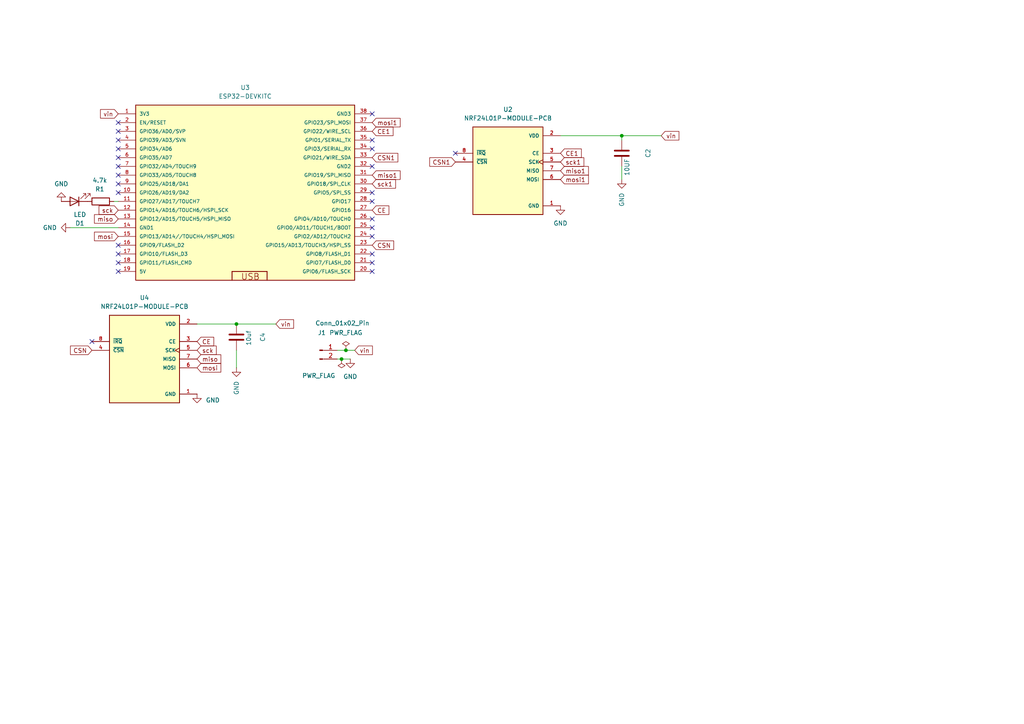
<source format=kicad_sch>
(kicad_sch (version 20231120) (generator "eeschema") (generator_version "8.0")
  (paper "A4")
  (lib_symbols
    (symbol "Connector:Conn_01x02_Pin" (pin_names (offset 1.016) hide)
      (property "Reference" "J" (at 0 2.54 0))
      (property "Value" "Conn_01x02_Pin" (at 0 -5.08 0))
      (symbol "Conn_01x02_Pin_1_1"
        (polyline (pts (xy 1.27 -2.54) (xy 0.8636 -2.54)) (stroke (width 0.1524)))
        (polyline (pts (xy 1.27 0) (xy 0.8636 0)) (stroke (width 0.1524)))
        (rectangle (start 0.8636 -2.413) (end 0 -2.667) (stroke (width 0.1524)) (fill (type outline)))
        (rectangle (start 0.8636 0.127) (end 0 -0.127) (stroke (width 0.1524)) (fill (type outline)))
        (pin passive line (at 5.08 0 180) (length 3.81) (name "Pin_1") (number "1"))
        (pin passive line (at 5.08 -2.54 180) (length 3.81) (name "Pin_2") (number "2"))
      )
    )
    (symbol "Device:C" (pin_numbers hide) (pin_names (offset 0.254))
      (property "Reference" "C" (at 0.635 2.54 0))
      (property "Value" "C" (at 0.635 -2.54 0))
      (symbol "C_0_1"
        (polyline (pts (xy -2.032 -0.762) (xy 2.032 -0.762)) (stroke (width 0.508)))
        (polyline (pts (xy -2.032 0.762) (xy 2.032 0.762)) (stroke (width 0.508)))
      )
      (symbol "C_1_1"
        (pin passive line (at 0 3.81 270) (length 2.794) (name "~") (number "1"))
        (pin passive line (at 0 -3.81 90) (length 2.794) (name "~") (number "2"))
      )
    )
    (symbol "Device:LED" (pin_numbers hide) (pin_names (offset 1.016) hide)
      (property "Reference" "D" (at 0 2.54 0))
      (property "Value" "LED" (at 0 -2.54 0))
      (symbol "LED_0_1"
        (polyline (pts (xy -1.27 -1.27) (xy -1.27 1.27)) (stroke (width 0.254)))
        (polyline (pts (xy -1.27 0) (xy 1.27 0)))
        (polyline (pts (xy 1.27 -1.27) (xy 1.27 1.27) (xy -1.27 0) (xy 1.27 -1.27)) (stroke (width 0.254)))
        (polyline (pts (xy -3.048 -0.762) (xy -4.572 -2.286) (xy -3.81 -2.286) (xy -4.572 -2.286) (xy -4.572 -1.524)))
        (polyline (pts (xy -1.778 -0.762) (xy -3.302 -2.286) (xy -2.54 -2.286) (xy -3.302 -2.286) (xy -3.302 -1.524)))
      )
      (symbol "LED_1_1"
        (pin passive line (at -3.81 0 0) (length 2.54) (name "K") (number "1"))
        (pin passive line (at 3.81 0 180) (length 2.54) (name "A") (number "2"))
      )
    )
    (symbol "Device:R" (pin_numbers hide) (pin_names (offset 0))
      (property "Reference" "R" (at 2.032 0 90))
      (property "Value" "R" (at 0 0 90))
      (symbol "R_0_1"
        (rectangle (start -1.016 -2.54) (end 1.016 2.54) (stroke (width 0.254)))
      )
      (symbol "R_1_1"
        (pin passive line (at 0 3.81 270) (length 1.27) (name "~") (number "1"))
        (pin passive line (at 0 -3.81 90) (length 1.27) (name "~") (number "2"))
      )
    )
    (symbol "ESP32-DEVKITC:ESP32-DEVKITC" (pin_names (offset 1.016))
      (property "Reference" "U" (at 0 0 0))
      (property "Value" "ESP32-DEVKITC" (at 0 0 0))
      (symbol "ESP32-DEVKITC_0_0"
        (rectangle (start -25.4 -22.86) (end 38.1 27.94) (stroke (width 0.254)) (fill (type background)))
        (polyline (pts (xy 2.54 -22.86) (xy 2.54 -20.32)) (stroke (width 0.254)))
        (polyline (pts (xy 2.54 -20.32) (xy 12.7 -20.32)) (stroke (width 0.254)))
        (polyline (pts (xy 12.7 -20.32) (xy 12.7 -22.86)) (stroke (width 0.254)))
        (text "USB" (at 5.08 -22.86 0) (effects (font (size 1.778 1.778)) (justify left bottom)))
        (pin bidirectional line (at -30.48 25.4 0) (length 5.08) (name "3V3") (number "1"))
        (pin bidirectional line (at -30.48 2.54 0) (length 5.08) (name "GPIO26/AD19/DA2") (number "10"))
        (pin bidirectional line (at -30.48 0 0) (length 5.08) (name "GPIO27/AD17/TOUCH7") (number "11"))
        (pin bidirectional line (at -30.48 -2.54 0) (length 5.08) (name "GPIO14/AD16/TOUCH6/HSPI_SCK") (number "12"))
        (pin bidirectional line (at -30.48 -5.08 0) (length 5.08) (name "GPIO12/AD15/TOUCH5/HSPI_MISO") (number "13"))
        (pin bidirectional line (at -30.48 -7.62 0) (length 5.08) (name "GND1") (number "14"))
        (pin bidirectional line (at -30.48 -10.16 0) (length 5.08) (name "GPIO13/AD14//TOUCH4/HSPI_MOSI") (number "15"))
        (pin bidirectional line (at -30.48 -12.7 0) (length 5.08) (name "GPIO9/FLASH_D2") (number "16"))
        (pin bidirectional line (at -30.48 -15.24 0) (length 5.08) (name "GPIO10/FLASH_D3") (number "17"))
        (pin bidirectional line (at -30.48 -17.78 0) (length 5.08) (name "GPIO11/FLASH_CMD") (number "18"))
        (pin bidirectional line (at -30.48 -20.32 0) (length 5.08) (name "5V") (number "19"))
        (pin bidirectional line (at -30.48 22.86 0) (length 5.08) (name "EN/RESET") (number "2"))
        (pin bidirectional line (at 43.18 -20.32 180) (length 5.08) (name "GPIO6/FLASH_SCK") (number "20"))
        (pin bidirectional line (at 43.18 -17.78 180) (length 5.08) (name "GPIO7/FLASH_D0") (number "21"))
        (pin bidirectional line (at 43.18 -15.24 180) (length 5.08) (name "GPIO8/FLASH_D1") (number "22"))
        (pin bidirectional line (at 43.18 -12.7 180) (length 5.08) (name "GPIO15/AD13/TOUCH3/HSPI_SS") (number "23"))
        (pin bidirectional line (at 43.18 -10.16 180) (length 5.08) (name "GPIO2/AD12/TOUCH2") (number "24"))
        (pin bidirectional line (at 43.18 -7.62 180) (length 5.08) (name "GPIO0/AD11/TOUCH1/BOOT") (number "25"))
        (pin bidirectional line (at 43.18 -5.08 180) (length 5.08) (name "GPIO4/AD10/TOUCH0") (number "26"))
        (pin bidirectional line (at 43.18 -2.54 180) (length 5.08) (name "GPIO16") (number "27"))
        (pin bidirectional line (at 43.18 0 180) (length 5.08) (name "GPIO17") (number "28"))
        (pin bidirectional line (at 43.18 2.54 180) (length 5.08) (name "GPIO5/SPI_SS") (number "29"))
        (pin bidirectional line (at -30.48 20.32 0) (length 5.08) (name "GPIO36/AD0/SVP") (number "3"))
        (pin bidirectional line (at 43.18 5.08 180) (length 5.08) (name "GPIO18/SPI_CLK") (number "30"))
        (pin bidirectional line (at 43.18 7.62 180) (length 5.08) (name "GPIO19/SPI_MISO") (number "31"))
        (pin bidirectional line (at 43.18 10.16 180) (length 5.08) (name "GND2") (number "32"))
        (pin bidirectional line (at 43.18 12.7 180) (length 5.08) (name "GPIO21/WIRE_SDA") (number "33"))
        (pin bidirectional line (at 43.18 15.24 180) (length 5.08) (name "GPIO3/SERIAL_RX") (number "34"))
        (pin bidirectional line (at 43.18 17.78 180) (length 5.08) (name "GPIO1/SERIAL_TX") (number "35"))
        (pin bidirectional line (at 43.18 20.32 180) (length 5.08) (name "GPIO22/WIRE_SCL") (number "36"))
        (pin bidirectional line (at 43.18 22.86 180) (length 5.08) (name "GPIO23/SPI_MOSI") (number "37"))
        (pin bidirectional line (at 43.18 25.4 180) (length 5.08) (name "GND3") (number "38"))
        (pin bidirectional line (at -30.48 17.78 0) (length 5.08) (name "GPIO39/AD3/SVN") (number "4"))
        (pin bidirectional line (at -30.48 15.24 0) (length 5.08) (name "GPIO34/AD6") (number "5"))
        (pin bidirectional line (at -30.48 12.7 0) (length 5.08) (name "GPIO35/AD7") (number "6"))
        (pin bidirectional line (at -30.48 10.16 0) (length 5.08) (name "GPIO32/AD4/TOUCH9") (number "7"))
        (pin bidirectional line (at -30.48 7.62 0) (length 5.08) (name "GPIO33/AD5/TOUCH8") (number "8"))
        (pin bidirectional line (at -30.48 5.08 0) (length 5.08) (name "GPIO25/AD18/DA1") (number "9"))
      )
    )
    (symbol "NRF24L01P-MODULE-PCB:NRF24L01P-MODULE-PCB" (pin_names (offset 1.016))
      (property "Reference" "U" (at -10.16 13.97 0))
      (property "Value" "NRF24L01P-MODULE-PCB" (at -10.16 -13.97 0))
      (symbol "NRF24L01P-MODULE-PCB_0_0"
        (rectangle (start -10.16 -12.7) (end 10.16 12.7) (stroke (width 0.254)) (fill (type background)))
        (pin power_in line (at 15.24 -10.16 180) (length 5.08) (name "GND") (number "1"))
        (pin power_in line (at 15.24 10.16 180) (length 5.08) (name "VDD") (number "2"))
        (pin input line (at 15.24 5.08 180) (length 5.08) (name "CE") (number "3"))
        (pin input line (at -15.24 2.54 0) (length 5.08) (name "~{CSN}") (number "4"))
        (pin input clock (at 15.24 2.54 180) (length 5.08) (name "SCK") (number "5"))
        (pin input line (at 15.24 -2.54 180) (length 5.08) (name "MOSI") (number "6"))
        (pin input line (at 15.24 0 180) (length 5.08) (name "MISO") (number "7"))
        (pin input line (at -15.24 5.08 0) (length 5.08) (name "~{IRQ}") (number "8"))
      )
    )
    (symbol "power:GND" (power) (pin_numbers hide) (pin_names (offset 0) hide)
      (property "Value" "GND" (at 0 -3.81 0))
      (symbol "GND_0_1"
        (polyline (pts (xy 0 0) (xy 0 -1.27) (xy 1.27 -1.27) (xy 0 -2.54) (xy -1.27 -1.27) (xy 0 -1.27)))
      )
      (symbol "GND_1_1"
        (pin power_in line (at 0 0 270) (length 0) (name "~") (number "1"))
      )
    )
    (symbol "power:PWR_FLAG" (power) (pin_numbers hide) (pin_names (offset 0) hide)
      (property "Value" "PWR_FLAG" (at 0 3.81 0))
      (symbol "PWR_FLAG_0_0"
        (pin power_out line (at 0 0 90) (length 0) (name "~") (number "1"))
      )
      (symbol "PWR_FLAG_0_1"
        (polyline (pts (xy 0 0) (xy 0 1.27) (xy -1.016 1.905) (xy 0 2.54) (xy 1.016 1.905) (xy 0 1.27)))
      )
    )
  )
  (junction (at 100.33 101.6))
  (junction (at 180.34 39.37))
  (junction (at 99.06 104.14))
  (junction (at 68.58 93.98))
  (no_connect (at 34.29 71.12))
  (no_connect (at 34.29 76.2))
  (no_connect (at 107.95 33.02))
  (no_connect (at 107.95 78.74))
  (no_connect (at 34.29 48.26))
  (no_connect (at 107.95 40.64))
  (no_connect (at 34.29 43.18))
  (no_connect (at 34.29 35.56))
  (no_connect (at 34.29 45.72))
  (no_connect (at 107.95 58.42))
  (no_connect (at 107.95 48.26))
  (no_connect (at 107.95 68.58))
  (no_connect (at 26.67 99.06))
  (no_connect (at 34.29 78.74))
  (no_connect (at 34.29 73.66))
  (no_connect (at 107.95 55.88))
  (no_connect (at 34.29 40.64))
  (no_connect (at 34.29 50.8))
  (no_connect (at 107.95 73.66))
  (no_connect (at 34.29 55.88))
  (no_connect (at 34.29 53.34))
  (no_connect (at 107.95 66.04))
  (no_connect (at 107.95 43.18))
  (no_connect (at 107.95 63.5))
  (no_connect (at 34.29 38.1))
  (no_connect (at 107.95 76.2))
  (no_connect (at 132.08 44.45))
  (wire (pts (xy 68.58 101.6) (xy 68.58 106.68)))
  (wire (pts (xy 57.15 93.98) (xy 68.58 93.98)))
  (wire (pts (xy 97.79 104.14) (xy 99.06 104.14)))
  (wire (pts (xy 100.33 101.6) (xy 102.87 101.6)))
  (wire (pts (xy 180.34 48.26) (xy 180.34 52.07)))
  (wire (pts (xy 99.06 104.14) (xy 101.6 104.14)))
  (wire (pts (xy 162.56 39.37) (xy 180.34 39.37)))
  (wire (pts (xy 180.34 40.64) (xy 180.34 39.37)))
  (wire (pts (xy 97.79 101.6) (xy 100.33 101.6)))
  (wire (pts (xy 33.02 58.42) (xy 34.29 58.42)))
  (wire (pts (xy 80.01 93.98) (xy 68.58 93.98)))
  (wire (pts (xy 180.34 39.37) (xy 191.77 39.37)))
  (wire (pts (xy 20.32 66.04) (xy 34.29 66.04)))
  (global_label "CE" (shape input) (at 57.15 99.06 0) (property "Intersheetrefs" "${INTERSHEET_REFS}" (effects (hide yes))))
  (global_label "miso" (shape input) (at 34.29 63.5 180) (property "Intersheetrefs" "${INTERSHEET_REFS}" (effects (hide yes))))
  (global_label "CSN" (shape input) (at 26.67 101.6 180) (property "Intersheetrefs" "${INTERSHEET_REFS}" (effects (hide yes))))
  (global_label "mosi" (shape input) (at 34.29 68.58 180) (property "Intersheetrefs" "${INTERSHEET_REFS}" (effects (hide yes))))
  (global_label "mosi1" (shape input) (at 107.95 35.56 0) (property "Intersheetrefs" "${INTERSHEET_REFS}" (effects (hide yes))))
  (global_label "sck1" (shape input) (at 162.56 46.99 0) (property "Intersheetrefs" "${INTERSHEET_REFS}" (effects (hide yes))))
  (global_label "CSN1" (shape input) (at 107.95 45.72 0) (property "Intersheetrefs" "${INTERSHEET_REFS}" (effects (hide yes))))
  (global_label "miso" (shape input) (at 57.15 104.14 0) (property "Intersheetrefs" "${INTERSHEET_REFS}" (effects (hide yes))))
  (global_label "miso1" (shape input) (at 107.95 50.8 0) (property "Intersheetrefs" "${INTERSHEET_REFS}" (effects (hide yes))))
  (global_label "CE" (shape input) (at 107.95 60.96 0) (property "Intersheetrefs" "${INTERSHEET_REFS}" (effects (hide yes))))
  (global_label "mosi1" (shape input) (at 162.56 52.07 0) (property "Intersheetrefs" "${INTERSHEET_REFS}" (effects (hide yes))))
  (global_label "mosi" (shape input) (at 57.15 106.68 0) (property "Intersheetrefs" "${INTERSHEET_REFS}" (effects (hide yes))))
  (global_label "CSN" (shape input) (at 107.95 71.12 0) (property "Intersheetrefs" "${INTERSHEET_REFS}" (effects (hide yes))))
  (global_label "sck" (shape input) (at 34.29 60.96 180) (property "Intersheetrefs" "${INTERSHEET_REFS}" (effects (hide yes))))
  (global_label "sck1" (shape input) (at 107.95 53.34 0) (property "Intersheetrefs" "${INTERSHEET_REFS}" (effects (hide yes))))
  (global_label "miso1" (shape input) (at 162.56 49.53 0) (property "Intersheetrefs" "${INTERSHEET_REFS}" (effects (hide yes))))
  (global_label "CE1" (shape input) (at 107.95 38.1 0) (property "Intersheetrefs" "${INTERSHEET_REFS}" (effects (hide yes))))
  (global_label "vin" (shape input) (at 102.87 101.6 0) (property "Intersheetrefs" "${INTERSHEET_REFS}" (effects (hide yes))))
  (global_label "CSN1" (shape input) (at 132.08 46.99 180) (property "Intersheetrefs" "${INTERSHEET_REFS}" (effects (hide yes))))
  (global_label "CE1" (shape input) (at 162.56 44.45 0) (property "Intersheetrefs" "${INTERSHEET_REFS}" (effects (hide yes))))
  (global_label "vin" (shape input) (at 80.01 93.98 0) (property "Intersheetrefs" "${INTERSHEET_REFS}" (effects (hide yes))))
  (global_label "vin" (shape input) (at 34.29 33.02 180) (property "Intersheetrefs" "${INTERSHEET_REFS}" (effects (hide yes))))
  (global_label "sck" (shape input) (at 57.15 101.6 0) (property "Intersheetrefs" "${INTERSHEET_REFS}" (effects (hide yes))))
  (global_label "vin" (shape input) (at 191.77 39.37 0) (property "Intersheetrefs" "${INTERSHEET_REFS}" (effects (hide yes))))
  (symbol (lib_id "NRF24L01P-MODULE-PCB:NRF24L01P-MODULE-PCB") (at 147.32 49.53 0) (unit 1)
    (property "Reference" "U2" (at 147.32 31.75 0))
    (property "Value" "NRF24L01P-MODULE-PCB" (at 147.32 34.29 0))
    (property "Footprint" "Module:XCVR_NRF24L01P-MODULE-PCB" (effects (hide yes)))
    (property "MF" "Nordic Semiconductor" (effects (hide yes)))
    (property "MAXIMUM_PACKAGE_HEIGHT" "N/A" (effects (hide yes)))
    (property "Package" "None" (effects (hide yes)))
    (property "Price" "None" (effects (hide yes)))
    (property "Check_prices" "https://www.snapeda.com/parts/NRF24L01P-MODULE-PCB/Nordic+Power/view-part/?ref=eda" (effects (hide yes)))
    (property "STANDARD" "Manufacturer Recommendations" (effects (hide yes)))
    (property "PARTREV" "1.0" (effects (hide yes)))
    (property "SnapEDA_Link" "https://www.snapeda.com/parts/NRF24L01P-MODULE-PCB/Nordic+Power/view-part/?ref=snap" (effects (hide yes)))
    (property "MP" "NRF24L01P-MODULE-PCB" (effects (hide yes)))
    (property "Description_1" "\n                        \n                            nRF24L01+ - Transceiver 2.4GHz Evaluation Board\n                        \n" (effects (hide yes)))
    (property "Availability" "In Stock" (effects (hide yes)))
    (property "MANUFACTURER" "NORDIC" (effects (hide yes)))
  )
  (symbol (lib_id "Device:C") (at 180.34 44.45 0) (unit 1)
    (property "Reference" "C2" (at 187.96 44.45 90))
    (property "Value" "10UF" (at 181.864 48.514 90))
    (property "Footprint" "Capacitor_THT:C_Radial_D5.0mm_H11.0mm_P2.00mm" (effects (hide yes)))
    (property "Description" "Unpolarized capacitor" (effects (hide yes)))
  )
  (symbol (lib_id "Device:R") (at 29.21 58.42 270) (unit 1)
    (property "Reference" "R1" (at 28.956 54.864 90))
    (property "Value" "4.7k" (at 28.956 52.324 90))
    (property "Footprint" "Resistor_THT:R_Axial_DIN0207_L6.3mm_D2.5mm_P7.62mm_Horizontal" (effects (hide yes)))
    (property "Description" "Resistor" (effects (hide yes)))
  )
  (symbol (lib_id "power:PWR_FLAG") (at 99.06 104.14 180) (unit 1)
    (property "Reference" "#FLG02" (effects (hide yes)))
    (property "Value" "PWR_FLAG" (at 92.456 108.966 0))
    (property "Description" "Special symbol for telling ERC where power comes from" (effects (hide yes)))
  )
  (symbol (lib_id "power:GND") (at 20.32 66.04 270) (unit 1)
    (property "Reference" "#PWR07" (effects (hide yes)))
    (property "Value" "GND" (at 16.51 66.0399 90) (effects (justify right)))
    (property "Description" "Power symbol creates a global label with name \"GND\" , ground" (effects (hide yes)))
  )
  (symbol (lib_id "Device:LED") (at 21.59 58.42 180) (unit 1)
    (property "Reference" "D1" (at 23.1775 64.77 0))
    (property "Value" "LED" (at 23.1775 62.23 0))
    (property "Footprint" "LED_THT:LED_D5.0mm" (effects (hide yes)))
    (property "Description" "Light emitting diode" (effects (hide yes)))
  )
  (symbol (lib_id "ESP32-DEVKITC:ESP32-DEVKITC") (at 64.77 58.42 0) (unit 1)
    (property "Reference" "U3" (at 71.12 25.4 0))
    (property "Value" "ESP32-DEVKITC" (at 71.12 27.94 0))
    (property "Footprint" "Module:ESP32-DEVKITC" (effects (hide yes)))
    (property "MF" "Espressif Systems" (effects (hide yes)))
    (property "Description_1" "\n                        \n                            - ESP-WROOM-32 Transceiver; 802.11 b/g/n (Wi-Fi, WiFi, WLAN), Bluetooth® Smart 4.x Low Energy (BLE) 2.4GHz Evaluation Board\n                        \n" (effects (hide yes)))
    (property "Package" "None" (effects (hide yes)))
    (property "Price" "None" (effects (hide yes)))
    (property "SnapEDA_Link" "https://www.snapeda.com/parts/ESP32-DevKitC/Espressif+Systems/view-part/?ref=snap" (effects (hide yes)))
    (property "MP" "ESP32-DevKitC" (effects (hide yes)))
    (property "Availability" "In Stock" (effects (hide yes)))
    (property "Check_prices" "https://www.snapeda.com/parts/ESP32-DevKitC/Espressif+Systems/view-part/?ref=eda" (effects (hide yes)))
  )
  (symbol (lib_id "Device:C") (at 68.58 97.79 0) (unit 1)
    (property "Reference" "C4" (at 76.2 97.79 90))
    (property "Value" "10uf" (at 72.136 98.044 90))
    (property "Footprint" "Capacitor_THT:C_Radial_D5.0mm_H11.0mm_P2.00mm" (effects (hide yes)))
    (property "Description" "Unpolarized capacitor" (effects (hide yes)))
  )
  (symbol (lib_id "power:GND") (at 101.6 104.14 0) (unit 1)
    (property "Reference" "#PWR03" (effects (hide yes)))
    (property "Value" "GND" (at 101.6 109.22 0))
    (property "Description" "Power symbol creates a global label with name \"GND\" , ground" (effects (hide yes)))
  )
  (symbol (lib_id "power:PWR_FLAG") (at 100.33 101.6 0) (unit 1)
    (property "Reference" "#FLG01" (effects (hide yes)))
    (property "Value" "PWR_FLAG" (at 100.33 96.52 0))
    (property "Description" "Special symbol for telling ERC where power comes from" (effects (hide yes)))
  )
  (symbol (lib_id "power:GND") (at 17.78 58.42 180) (unit 1)
    (property "Reference" "#PWR06" (effects (hide yes)))
    (property "Value" "GND" (at 17.78 53.34 0))
    (property "Description" "Power symbol creates a global label with name \"GND\" , ground" (effects (hide yes)))
  )
  (symbol (lib_id "power:GND") (at 57.15 114.3 0) (unit 1)
    (property "Reference" "#PWR01" (effects (hide yes)))
    (property "Value" "GND" (at 61.722 116.078 0))
    (property "Description" "Power symbol creates a global label with name \"GND\" , ground" (effects (hide yes)))
  )
  (symbol (lib_id "power:GND") (at 180.34 52.07 0) (unit 1)
    (property "Reference" "#PWR04" (effects (hide yes)))
    (property "Value" "GND" (at 180.3401 55.88 90) (effects (justify right)))
    (property "Description" "Power symbol creates a global label with name \"GND\" , ground" (effects (hide yes)))
  )
  (symbol (lib_id "Connector:Conn_01x02_Pin") (at 92.71 101.6 0) (unit 1)
    (property "Reference" "J1" (at 93.345 96.52 0))
    (property "Value" "Conn_01x02_Pin" (at 99.314 93.726 0))
    (property "Footprint" "Connector_PinHeader_2.54mm:PinHeader_1x02_P2.54mm_Vertical" (effects (hide yes)))
    (property "Description" "Generic connector, single row, 01x02, script generated" (effects (hide yes)))
  )
  (symbol (lib_id "NRF24L01P-MODULE-PCB:NRF24L01P-MODULE-PCB") (at 41.91 104.14 0) (unit 1)
    (property "Reference" "U4" (at 41.91 86.36 0))
    (property "Value" "NRF24L01P-MODULE-PCB" (at 41.91 88.9 0))
    (property "Footprint" "Module:XCVR_NRF24L01P-MODULE-PCB" (effects (hide yes)))
    (property "MF" "Nordic Semiconductor" (effects (hide yes)))
    (property "MAXIMUM_PACKAGE_HEIGHT" "N/A" (effects (hide yes)))
    (property "Package" "None" (effects (hide yes)))
    (property "Price" "None" (effects (hide yes)))
    (property "Check_prices" "https://www.snapeda.com/parts/NRF24L01P-MODULE-PCB/Nordic+Power/view-part/?ref=eda" (effects (hide yes)))
    (property "STANDARD" "Manufacturer Recommendations" (effects (hide yes)))
    (property "PARTREV" "1.0" (effects (hide yes)))
    (property "SnapEDA_Link" "https://www.snapeda.com/parts/NRF24L01P-MODULE-PCB/Nordic+Power/view-part/?ref=snap" (effects (hide yes)))
    (property "MP" "NRF24L01P-MODULE-PCB" (effects (hide yes)))
    (property "Description_1" "\n                        \n                            nRF24L01+ - Transceiver 2.4GHz Evaluation Board\n                        \n" (effects (hide yes)))
    (property "Availability" "In Stock" (effects (hide yes)))
    (property "MANUFACTURER" "NORDIC" (effects (hide yes)))
  )
  (symbol (lib_id "power:GND") (at 162.56 59.69 0) (unit 1)
    (property "Reference" "#PWR02" (effects (hide yes)))
    (property "Value" "GND" (at 162.56 64.77 0))
    (property "Description" "Power symbol creates a global label with name \"GND\" , ground" (effects (hide yes)))
  )
  (symbol (lib_id "power:GND") (at 68.58 106.68 0) (unit 1)
    (property "Reference" "#PWR05" (effects (hide yes)))
    (property "Value" "GND" (at 68.5801 110.49 90) (effects (justify right)))
    (property "Description" "Power symbol creates a global label with name \"GND\" , ground" (effects (hide yes)))
  )
)
</source>
